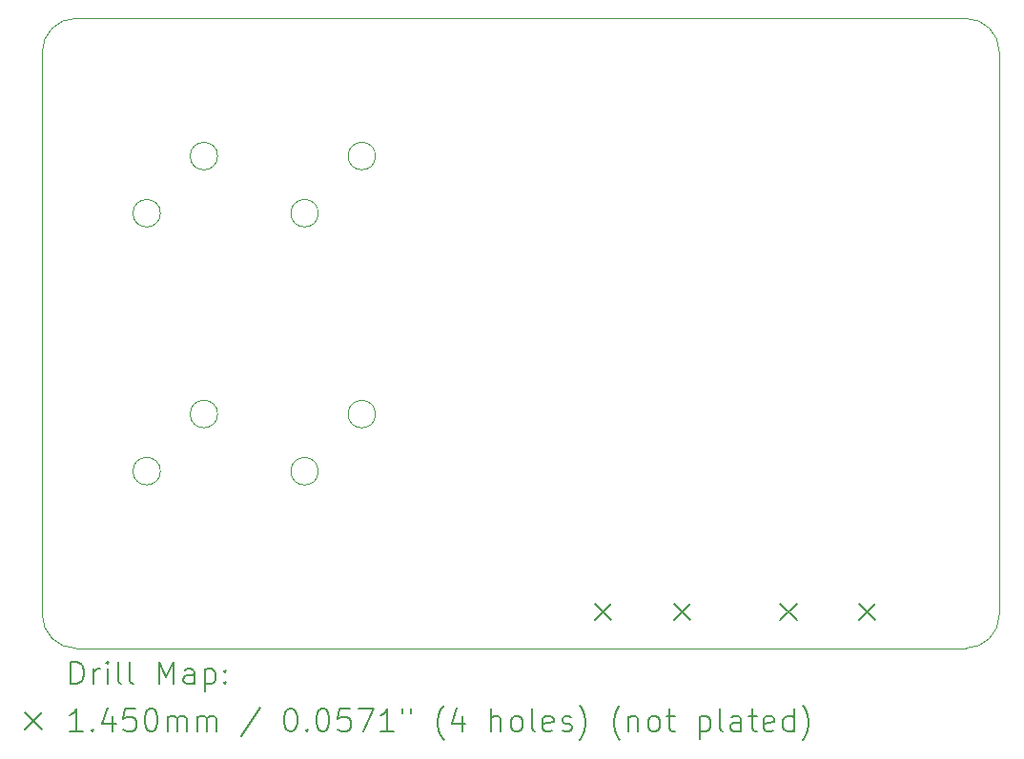
<source format=gbr>
%TF.GenerationSoftware,KiCad,Pcbnew,8.0.2*%
%TF.CreationDate,2024-09-16T20:32:18-04:00*%
%TF.ProjectId,fpga,66706761-2e6b-4696-9361-645f70636258,rev?*%
%TF.SameCoordinates,Original*%
%TF.FileFunction,Drillmap*%
%TF.FilePolarity,Positive*%
%FSLAX45Y45*%
G04 Gerber Fmt 4.5, Leading zero omitted, Abs format (unit mm)*
G04 Created by KiCad (PCBNEW 8.0.2) date 2024-09-16 20:32:18*
%MOMM*%
%LPD*%
G01*
G04 APERTURE LIST*
%ADD10C,0.120000*%
%ADD11C,0.200000*%
%ADD12C,0.145000*%
G04 APERTURE END LIST*
D10*
X5975960Y-8693620D02*
X5975960Y-3693620D01*
X6275960Y-3393620D02*
X14175960Y-3393620D01*
X14175960Y-8993620D02*
X6275960Y-8993620D01*
X14475960Y-3693620D02*
X14475960Y-8693620D01*
X5975960Y-3693620D02*
G75*
G02*
X6275960Y-3393620I300000J0D01*
G01*
X6275960Y-8993620D02*
G75*
G02*
X5975960Y-8693620I0J300000D01*
G01*
X14175960Y-3393620D02*
G75*
G02*
X14475960Y-3693620I0J-300000D01*
G01*
X14475960Y-8693620D02*
G75*
G02*
X14175960Y-8993620I-300000J0D01*
G01*
X8427800Y-5125720D02*
G75*
G02*
X8183800Y-5125720I-122000J0D01*
G01*
X8183800Y-5125720D02*
G75*
G02*
X8427800Y-5125720I122000J0D01*
G01*
X8935800Y-4617720D02*
G75*
G02*
X8691800Y-4617720I-122000J0D01*
G01*
X8691800Y-4617720D02*
G75*
G02*
X8935800Y-4617720I122000J0D01*
G01*
X7025720Y-5125720D02*
G75*
G02*
X6781720Y-5125720I-122000J0D01*
G01*
X6781720Y-5125720D02*
G75*
G02*
X7025720Y-5125720I122000J0D01*
G01*
X7533720Y-4617720D02*
G75*
G02*
X7289720Y-4617720I-122000J0D01*
G01*
X7289720Y-4617720D02*
G75*
G02*
X7533720Y-4617720I122000J0D01*
G01*
X7025580Y-7419120D02*
G75*
G02*
X6781580Y-7419120I-122000J0D01*
G01*
X6781580Y-7419120D02*
G75*
G02*
X7025580Y-7419120I122000J0D01*
G01*
X7533580Y-6911120D02*
G75*
G02*
X7289580Y-6911120I-122000J0D01*
G01*
X7289580Y-6911120D02*
G75*
G02*
X7533580Y-6911120I122000J0D01*
G01*
X8427660Y-7420040D02*
G75*
G02*
X8183660Y-7420040I-122000J0D01*
G01*
X8183660Y-7420040D02*
G75*
G02*
X8427660Y-7420040I122000J0D01*
G01*
X8935660Y-6912040D02*
G75*
G02*
X8691660Y-6912040I-122000J0D01*
G01*
X8691660Y-6912040D02*
G75*
G02*
X8935660Y-6912040I122000J0D01*
G01*
D11*
D12*
X10885675Y-8598245D02*
X11030675Y-8743245D01*
X11030675Y-8598245D02*
X10885675Y-8743245D01*
X11585675Y-8598245D02*
X11730675Y-8743245D01*
X11730675Y-8598245D02*
X11585675Y-8743245D01*
X12530015Y-8598245D02*
X12675015Y-8743245D01*
X12675015Y-8598245D02*
X12530015Y-8743245D01*
X13230015Y-8598245D02*
X13375015Y-8743245D01*
X13375015Y-8598245D02*
X13230015Y-8743245D01*
D11*
X6230737Y-9311104D02*
X6230737Y-9111104D01*
X6230737Y-9111104D02*
X6278356Y-9111104D01*
X6278356Y-9111104D02*
X6306927Y-9120628D01*
X6306927Y-9120628D02*
X6325975Y-9139675D01*
X6325975Y-9139675D02*
X6335499Y-9158723D01*
X6335499Y-9158723D02*
X6345022Y-9196818D01*
X6345022Y-9196818D02*
X6345022Y-9225390D01*
X6345022Y-9225390D02*
X6335499Y-9263485D01*
X6335499Y-9263485D02*
X6325975Y-9282532D01*
X6325975Y-9282532D02*
X6306927Y-9301580D01*
X6306927Y-9301580D02*
X6278356Y-9311104D01*
X6278356Y-9311104D02*
X6230737Y-9311104D01*
X6430737Y-9311104D02*
X6430737Y-9177770D01*
X6430737Y-9215866D02*
X6440261Y-9196818D01*
X6440261Y-9196818D02*
X6449784Y-9187294D01*
X6449784Y-9187294D02*
X6468832Y-9177770D01*
X6468832Y-9177770D02*
X6487880Y-9177770D01*
X6554546Y-9311104D02*
X6554546Y-9177770D01*
X6554546Y-9111104D02*
X6545022Y-9120628D01*
X6545022Y-9120628D02*
X6554546Y-9130151D01*
X6554546Y-9130151D02*
X6564070Y-9120628D01*
X6564070Y-9120628D02*
X6554546Y-9111104D01*
X6554546Y-9111104D02*
X6554546Y-9130151D01*
X6678356Y-9311104D02*
X6659308Y-9301580D01*
X6659308Y-9301580D02*
X6649784Y-9282532D01*
X6649784Y-9282532D02*
X6649784Y-9111104D01*
X6783118Y-9311104D02*
X6764070Y-9301580D01*
X6764070Y-9301580D02*
X6754546Y-9282532D01*
X6754546Y-9282532D02*
X6754546Y-9111104D01*
X7011689Y-9311104D02*
X7011689Y-9111104D01*
X7011689Y-9111104D02*
X7078356Y-9253961D01*
X7078356Y-9253961D02*
X7145022Y-9111104D01*
X7145022Y-9111104D02*
X7145022Y-9311104D01*
X7325975Y-9311104D02*
X7325975Y-9206342D01*
X7325975Y-9206342D02*
X7316451Y-9187294D01*
X7316451Y-9187294D02*
X7297403Y-9177770D01*
X7297403Y-9177770D02*
X7259308Y-9177770D01*
X7259308Y-9177770D02*
X7240261Y-9187294D01*
X7325975Y-9301580D02*
X7306927Y-9311104D01*
X7306927Y-9311104D02*
X7259308Y-9311104D01*
X7259308Y-9311104D02*
X7240261Y-9301580D01*
X7240261Y-9301580D02*
X7230737Y-9282532D01*
X7230737Y-9282532D02*
X7230737Y-9263485D01*
X7230737Y-9263485D02*
X7240261Y-9244437D01*
X7240261Y-9244437D02*
X7259308Y-9234913D01*
X7259308Y-9234913D02*
X7306927Y-9234913D01*
X7306927Y-9234913D02*
X7325975Y-9225390D01*
X7421213Y-9177770D02*
X7421213Y-9377770D01*
X7421213Y-9187294D02*
X7440261Y-9177770D01*
X7440261Y-9177770D02*
X7478356Y-9177770D01*
X7478356Y-9177770D02*
X7497403Y-9187294D01*
X7497403Y-9187294D02*
X7506927Y-9196818D01*
X7506927Y-9196818D02*
X7516451Y-9215866D01*
X7516451Y-9215866D02*
X7516451Y-9273009D01*
X7516451Y-9273009D02*
X7506927Y-9292056D01*
X7506927Y-9292056D02*
X7497403Y-9301580D01*
X7497403Y-9301580D02*
X7478356Y-9311104D01*
X7478356Y-9311104D02*
X7440261Y-9311104D01*
X7440261Y-9311104D02*
X7421213Y-9301580D01*
X7602165Y-9292056D02*
X7611689Y-9301580D01*
X7611689Y-9301580D02*
X7602165Y-9311104D01*
X7602165Y-9311104D02*
X7592642Y-9301580D01*
X7592642Y-9301580D02*
X7602165Y-9292056D01*
X7602165Y-9292056D02*
X7602165Y-9311104D01*
X7602165Y-9187294D02*
X7611689Y-9196818D01*
X7611689Y-9196818D02*
X7602165Y-9206342D01*
X7602165Y-9206342D02*
X7592642Y-9196818D01*
X7592642Y-9196818D02*
X7602165Y-9187294D01*
X7602165Y-9187294D02*
X7602165Y-9206342D01*
D12*
X5824960Y-9567120D02*
X5969960Y-9712120D01*
X5969960Y-9567120D02*
X5824960Y-9712120D01*
D11*
X6335499Y-9731104D02*
X6221213Y-9731104D01*
X6278356Y-9731104D02*
X6278356Y-9531104D01*
X6278356Y-9531104D02*
X6259308Y-9559675D01*
X6259308Y-9559675D02*
X6240261Y-9578723D01*
X6240261Y-9578723D02*
X6221213Y-9588247D01*
X6421213Y-9712056D02*
X6430737Y-9721580D01*
X6430737Y-9721580D02*
X6421213Y-9731104D01*
X6421213Y-9731104D02*
X6411689Y-9721580D01*
X6411689Y-9721580D02*
X6421213Y-9712056D01*
X6421213Y-9712056D02*
X6421213Y-9731104D01*
X6602165Y-9597770D02*
X6602165Y-9731104D01*
X6554546Y-9521580D02*
X6506927Y-9664437D01*
X6506927Y-9664437D02*
X6630737Y-9664437D01*
X6802165Y-9531104D02*
X6706927Y-9531104D01*
X6706927Y-9531104D02*
X6697403Y-9626342D01*
X6697403Y-9626342D02*
X6706927Y-9616818D01*
X6706927Y-9616818D02*
X6725975Y-9607294D01*
X6725975Y-9607294D02*
X6773594Y-9607294D01*
X6773594Y-9607294D02*
X6792642Y-9616818D01*
X6792642Y-9616818D02*
X6802165Y-9626342D01*
X6802165Y-9626342D02*
X6811689Y-9645390D01*
X6811689Y-9645390D02*
X6811689Y-9693009D01*
X6811689Y-9693009D02*
X6802165Y-9712056D01*
X6802165Y-9712056D02*
X6792642Y-9721580D01*
X6792642Y-9721580D02*
X6773594Y-9731104D01*
X6773594Y-9731104D02*
X6725975Y-9731104D01*
X6725975Y-9731104D02*
X6706927Y-9721580D01*
X6706927Y-9721580D02*
X6697403Y-9712056D01*
X6935499Y-9531104D02*
X6954546Y-9531104D01*
X6954546Y-9531104D02*
X6973594Y-9540628D01*
X6973594Y-9540628D02*
X6983118Y-9550151D01*
X6983118Y-9550151D02*
X6992642Y-9569199D01*
X6992642Y-9569199D02*
X7002165Y-9607294D01*
X7002165Y-9607294D02*
X7002165Y-9654913D01*
X7002165Y-9654913D02*
X6992642Y-9693009D01*
X6992642Y-9693009D02*
X6983118Y-9712056D01*
X6983118Y-9712056D02*
X6973594Y-9721580D01*
X6973594Y-9721580D02*
X6954546Y-9731104D01*
X6954546Y-9731104D02*
X6935499Y-9731104D01*
X6935499Y-9731104D02*
X6916451Y-9721580D01*
X6916451Y-9721580D02*
X6906927Y-9712056D01*
X6906927Y-9712056D02*
X6897403Y-9693009D01*
X6897403Y-9693009D02*
X6887880Y-9654913D01*
X6887880Y-9654913D02*
X6887880Y-9607294D01*
X6887880Y-9607294D02*
X6897403Y-9569199D01*
X6897403Y-9569199D02*
X6906927Y-9550151D01*
X6906927Y-9550151D02*
X6916451Y-9540628D01*
X6916451Y-9540628D02*
X6935499Y-9531104D01*
X7087880Y-9731104D02*
X7087880Y-9597770D01*
X7087880Y-9616818D02*
X7097403Y-9607294D01*
X7097403Y-9607294D02*
X7116451Y-9597770D01*
X7116451Y-9597770D02*
X7145023Y-9597770D01*
X7145023Y-9597770D02*
X7164070Y-9607294D01*
X7164070Y-9607294D02*
X7173594Y-9626342D01*
X7173594Y-9626342D02*
X7173594Y-9731104D01*
X7173594Y-9626342D02*
X7183118Y-9607294D01*
X7183118Y-9607294D02*
X7202165Y-9597770D01*
X7202165Y-9597770D02*
X7230737Y-9597770D01*
X7230737Y-9597770D02*
X7249784Y-9607294D01*
X7249784Y-9607294D02*
X7259308Y-9626342D01*
X7259308Y-9626342D02*
X7259308Y-9731104D01*
X7354546Y-9731104D02*
X7354546Y-9597770D01*
X7354546Y-9616818D02*
X7364070Y-9607294D01*
X7364070Y-9607294D02*
X7383118Y-9597770D01*
X7383118Y-9597770D02*
X7411689Y-9597770D01*
X7411689Y-9597770D02*
X7430737Y-9607294D01*
X7430737Y-9607294D02*
X7440261Y-9626342D01*
X7440261Y-9626342D02*
X7440261Y-9731104D01*
X7440261Y-9626342D02*
X7449784Y-9607294D01*
X7449784Y-9607294D02*
X7468832Y-9597770D01*
X7468832Y-9597770D02*
X7497403Y-9597770D01*
X7497403Y-9597770D02*
X7516451Y-9607294D01*
X7516451Y-9607294D02*
X7525975Y-9626342D01*
X7525975Y-9626342D02*
X7525975Y-9731104D01*
X7916451Y-9521580D02*
X7745023Y-9778723D01*
X8173594Y-9531104D02*
X8192642Y-9531104D01*
X8192642Y-9531104D02*
X8211689Y-9540628D01*
X8211689Y-9540628D02*
X8221213Y-9550151D01*
X8221213Y-9550151D02*
X8230737Y-9569199D01*
X8230737Y-9569199D02*
X8240261Y-9607294D01*
X8240261Y-9607294D02*
X8240261Y-9654913D01*
X8240261Y-9654913D02*
X8230737Y-9693009D01*
X8230737Y-9693009D02*
X8221213Y-9712056D01*
X8221213Y-9712056D02*
X8211689Y-9721580D01*
X8211689Y-9721580D02*
X8192642Y-9731104D01*
X8192642Y-9731104D02*
X8173594Y-9731104D01*
X8173594Y-9731104D02*
X8154546Y-9721580D01*
X8154546Y-9721580D02*
X8145023Y-9712056D01*
X8145023Y-9712056D02*
X8135499Y-9693009D01*
X8135499Y-9693009D02*
X8125975Y-9654913D01*
X8125975Y-9654913D02*
X8125975Y-9607294D01*
X8125975Y-9607294D02*
X8135499Y-9569199D01*
X8135499Y-9569199D02*
X8145023Y-9550151D01*
X8145023Y-9550151D02*
X8154546Y-9540628D01*
X8154546Y-9540628D02*
X8173594Y-9531104D01*
X8325975Y-9712056D02*
X8335499Y-9721580D01*
X8335499Y-9721580D02*
X8325975Y-9731104D01*
X8325975Y-9731104D02*
X8316451Y-9721580D01*
X8316451Y-9721580D02*
X8325975Y-9712056D01*
X8325975Y-9712056D02*
X8325975Y-9731104D01*
X8459308Y-9531104D02*
X8478356Y-9531104D01*
X8478356Y-9531104D02*
X8497404Y-9540628D01*
X8497404Y-9540628D02*
X8506928Y-9550151D01*
X8506928Y-9550151D02*
X8516451Y-9569199D01*
X8516451Y-9569199D02*
X8525975Y-9607294D01*
X8525975Y-9607294D02*
X8525975Y-9654913D01*
X8525975Y-9654913D02*
X8516451Y-9693009D01*
X8516451Y-9693009D02*
X8506928Y-9712056D01*
X8506928Y-9712056D02*
X8497404Y-9721580D01*
X8497404Y-9721580D02*
X8478356Y-9731104D01*
X8478356Y-9731104D02*
X8459308Y-9731104D01*
X8459308Y-9731104D02*
X8440261Y-9721580D01*
X8440261Y-9721580D02*
X8430737Y-9712056D01*
X8430737Y-9712056D02*
X8421213Y-9693009D01*
X8421213Y-9693009D02*
X8411689Y-9654913D01*
X8411689Y-9654913D02*
X8411689Y-9607294D01*
X8411689Y-9607294D02*
X8421213Y-9569199D01*
X8421213Y-9569199D02*
X8430737Y-9550151D01*
X8430737Y-9550151D02*
X8440261Y-9540628D01*
X8440261Y-9540628D02*
X8459308Y-9531104D01*
X8706928Y-9531104D02*
X8611689Y-9531104D01*
X8611689Y-9531104D02*
X8602166Y-9626342D01*
X8602166Y-9626342D02*
X8611689Y-9616818D01*
X8611689Y-9616818D02*
X8630737Y-9607294D01*
X8630737Y-9607294D02*
X8678356Y-9607294D01*
X8678356Y-9607294D02*
X8697404Y-9616818D01*
X8697404Y-9616818D02*
X8706928Y-9626342D01*
X8706928Y-9626342D02*
X8716451Y-9645390D01*
X8716451Y-9645390D02*
X8716451Y-9693009D01*
X8716451Y-9693009D02*
X8706928Y-9712056D01*
X8706928Y-9712056D02*
X8697404Y-9721580D01*
X8697404Y-9721580D02*
X8678356Y-9731104D01*
X8678356Y-9731104D02*
X8630737Y-9731104D01*
X8630737Y-9731104D02*
X8611689Y-9721580D01*
X8611689Y-9721580D02*
X8602166Y-9712056D01*
X8783118Y-9531104D02*
X8916451Y-9531104D01*
X8916451Y-9531104D02*
X8830737Y-9731104D01*
X9097404Y-9731104D02*
X8983118Y-9731104D01*
X9040261Y-9731104D02*
X9040261Y-9531104D01*
X9040261Y-9531104D02*
X9021213Y-9559675D01*
X9021213Y-9559675D02*
X9002166Y-9578723D01*
X9002166Y-9578723D02*
X8983118Y-9588247D01*
X9173594Y-9531104D02*
X9173594Y-9569199D01*
X9249785Y-9531104D02*
X9249785Y-9569199D01*
X9545023Y-9807294D02*
X9535499Y-9797770D01*
X9535499Y-9797770D02*
X9516451Y-9769199D01*
X9516451Y-9769199D02*
X9506928Y-9750151D01*
X9506928Y-9750151D02*
X9497404Y-9721580D01*
X9497404Y-9721580D02*
X9487880Y-9673961D01*
X9487880Y-9673961D02*
X9487880Y-9635866D01*
X9487880Y-9635866D02*
X9497404Y-9588247D01*
X9497404Y-9588247D02*
X9506928Y-9559675D01*
X9506928Y-9559675D02*
X9516451Y-9540628D01*
X9516451Y-9540628D02*
X9535499Y-9512056D01*
X9535499Y-9512056D02*
X9545023Y-9502532D01*
X9706928Y-9597770D02*
X9706928Y-9731104D01*
X9659309Y-9521580D02*
X9611690Y-9664437D01*
X9611690Y-9664437D02*
X9735499Y-9664437D01*
X9964071Y-9731104D02*
X9964071Y-9531104D01*
X10049785Y-9731104D02*
X10049785Y-9626342D01*
X10049785Y-9626342D02*
X10040261Y-9607294D01*
X10040261Y-9607294D02*
X10021213Y-9597770D01*
X10021213Y-9597770D02*
X9992642Y-9597770D01*
X9992642Y-9597770D02*
X9973594Y-9607294D01*
X9973594Y-9607294D02*
X9964071Y-9616818D01*
X10173594Y-9731104D02*
X10154547Y-9721580D01*
X10154547Y-9721580D02*
X10145023Y-9712056D01*
X10145023Y-9712056D02*
X10135499Y-9693009D01*
X10135499Y-9693009D02*
X10135499Y-9635866D01*
X10135499Y-9635866D02*
X10145023Y-9616818D01*
X10145023Y-9616818D02*
X10154547Y-9607294D01*
X10154547Y-9607294D02*
X10173594Y-9597770D01*
X10173594Y-9597770D02*
X10202166Y-9597770D01*
X10202166Y-9597770D02*
X10221213Y-9607294D01*
X10221213Y-9607294D02*
X10230737Y-9616818D01*
X10230737Y-9616818D02*
X10240261Y-9635866D01*
X10240261Y-9635866D02*
X10240261Y-9693009D01*
X10240261Y-9693009D02*
X10230737Y-9712056D01*
X10230737Y-9712056D02*
X10221213Y-9721580D01*
X10221213Y-9721580D02*
X10202166Y-9731104D01*
X10202166Y-9731104D02*
X10173594Y-9731104D01*
X10354547Y-9731104D02*
X10335499Y-9721580D01*
X10335499Y-9721580D02*
X10325975Y-9702532D01*
X10325975Y-9702532D02*
X10325975Y-9531104D01*
X10506928Y-9721580D02*
X10487880Y-9731104D01*
X10487880Y-9731104D02*
X10449785Y-9731104D01*
X10449785Y-9731104D02*
X10430737Y-9721580D01*
X10430737Y-9721580D02*
X10421213Y-9702532D01*
X10421213Y-9702532D02*
X10421213Y-9626342D01*
X10421213Y-9626342D02*
X10430737Y-9607294D01*
X10430737Y-9607294D02*
X10449785Y-9597770D01*
X10449785Y-9597770D02*
X10487880Y-9597770D01*
X10487880Y-9597770D02*
X10506928Y-9607294D01*
X10506928Y-9607294D02*
X10516452Y-9626342D01*
X10516452Y-9626342D02*
X10516452Y-9645390D01*
X10516452Y-9645390D02*
X10421213Y-9664437D01*
X10592642Y-9721580D02*
X10611690Y-9731104D01*
X10611690Y-9731104D02*
X10649785Y-9731104D01*
X10649785Y-9731104D02*
X10668833Y-9721580D01*
X10668833Y-9721580D02*
X10678356Y-9702532D01*
X10678356Y-9702532D02*
X10678356Y-9693009D01*
X10678356Y-9693009D02*
X10668833Y-9673961D01*
X10668833Y-9673961D02*
X10649785Y-9664437D01*
X10649785Y-9664437D02*
X10621213Y-9664437D01*
X10621213Y-9664437D02*
X10602166Y-9654913D01*
X10602166Y-9654913D02*
X10592642Y-9635866D01*
X10592642Y-9635866D02*
X10592642Y-9626342D01*
X10592642Y-9626342D02*
X10602166Y-9607294D01*
X10602166Y-9607294D02*
X10621213Y-9597770D01*
X10621213Y-9597770D02*
X10649785Y-9597770D01*
X10649785Y-9597770D02*
X10668833Y-9607294D01*
X10745023Y-9807294D02*
X10754547Y-9797770D01*
X10754547Y-9797770D02*
X10773594Y-9769199D01*
X10773594Y-9769199D02*
X10783118Y-9750151D01*
X10783118Y-9750151D02*
X10792642Y-9721580D01*
X10792642Y-9721580D02*
X10802166Y-9673961D01*
X10802166Y-9673961D02*
X10802166Y-9635866D01*
X10802166Y-9635866D02*
X10792642Y-9588247D01*
X10792642Y-9588247D02*
X10783118Y-9559675D01*
X10783118Y-9559675D02*
X10773594Y-9540628D01*
X10773594Y-9540628D02*
X10754547Y-9512056D01*
X10754547Y-9512056D02*
X10745023Y-9502532D01*
X11106928Y-9807294D02*
X11097404Y-9797770D01*
X11097404Y-9797770D02*
X11078356Y-9769199D01*
X11078356Y-9769199D02*
X11068833Y-9750151D01*
X11068833Y-9750151D02*
X11059309Y-9721580D01*
X11059309Y-9721580D02*
X11049785Y-9673961D01*
X11049785Y-9673961D02*
X11049785Y-9635866D01*
X11049785Y-9635866D02*
X11059309Y-9588247D01*
X11059309Y-9588247D02*
X11068833Y-9559675D01*
X11068833Y-9559675D02*
X11078356Y-9540628D01*
X11078356Y-9540628D02*
X11097404Y-9512056D01*
X11097404Y-9512056D02*
X11106928Y-9502532D01*
X11183118Y-9597770D02*
X11183118Y-9731104D01*
X11183118Y-9616818D02*
X11192642Y-9607294D01*
X11192642Y-9607294D02*
X11211690Y-9597770D01*
X11211690Y-9597770D02*
X11240261Y-9597770D01*
X11240261Y-9597770D02*
X11259309Y-9607294D01*
X11259309Y-9607294D02*
X11268832Y-9626342D01*
X11268832Y-9626342D02*
X11268832Y-9731104D01*
X11392642Y-9731104D02*
X11373594Y-9721580D01*
X11373594Y-9721580D02*
X11364071Y-9712056D01*
X11364071Y-9712056D02*
X11354547Y-9693009D01*
X11354547Y-9693009D02*
X11354547Y-9635866D01*
X11354547Y-9635866D02*
X11364071Y-9616818D01*
X11364071Y-9616818D02*
X11373594Y-9607294D01*
X11373594Y-9607294D02*
X11392642Y-9597770D01*
X11392642Y-9597770D02*
X11421213Y-9597770D01*
X11421213Y-9597770D02*
X11440261Y-9607294D01*
X11440261Y-9607294D02*
X11449785Y-9616818D01*
X11449785Y-9616818D02*
X11459309Y-9635866D01*
X11459309Y-9635866D02*
X11459309Y-9693009D01*
X11459309Y-9693009D02*
X11449785Y-9712056D01*
X11449785Y-9712056D02*
X11440261Y-9721580D01*
X11440261Y-9721580D02*
X11421213Y-9731104D01*
X11421213Y-9731104D02*
X11392642Y-9731104D01*
X11516452Y-9597770D02*
X11592642Y-9597770D01*
X11545023Y-9531104D02*
X11545023Y-9702532D01*
X11545023Y-9702532D02*
X11554547Y-9721580D01*
X11554547Y-9721580D02*
X11573594Y-9731104D01*
X11573594Y-9731104D02*
X11592642Y-9731104D01*
X11811690Y-9597770D02*
X11811690Y-9797770D01*
X11811690Y-9607294D02*
X11830737Y-9597770D01*
X11830737Y-9597770D02*
X11868833Y-9597770D01*
X11868833Y-9597770D02*
X11887880Y-9607294D01*
X11887880Y-9607294D02*
X11897404Y-9616818D01*
X11897404Y-9616818D02*
X11906928Y-9635866D01*
X11906928Y-9635866D02*
X11906928Y-9693009D01*
X11906928Y-9693009D02*
X11897404Y-9712056D01*
X11897404Y-9712056D02*
X11887880Y-9721580D01*
X11887880Y-9721580D02*
X11868833Y-9731104D01*
X11868833Y-9731104D02*
X11830737Y-9731104D01*
X11830737Y-9731104D02*
X11811690Y-9721580D01*
X12021213Y-9731104D02*
X12002166Y-9721580D01*
X12002166Y-9721580D02*
X11992642Y-9702532D01*
X11992642Y-9702532D02*
X11992642Y-9531104D01*
X12183118Y-9731104D02*
X12183118Y-9626342D01*
X12183118Y-9626342D02*
X12173594Y-9607294D01*
X12173594Y-9607294D02*
X12154547Y-9597770D01*
X12154547Y-9597770D02*
X12116452Y-9597770D01*
X12116452Y-9597770D02*
X12097404Y-9607294D01*
X12183118Y-9721580D02*
X12164071Y-9731104D01*
X12164071Y-9731104D02*
X12116452Y-9731104D01*
X12116452Y-9731104D02*
X12097404Y-9721580D01*
X12097404Y-9721580D02*
X12087880Y-9702532D01*
X12087880Y-9702532D02*
X12087880Y-9683485D01*
X12087880Y-9683485D02*
X12097404Y-9664437D01*
X12097404Y-9664437D02*
X12116452Y-9654913D01*
X12116452Y-9654913D02*
X12164071Y-9654913D01*
X12164071Y-9654913D02*
X12183118Y-9645390D01*
X12249785Y-9597770D02*
X12325975Y-9597770D01*
X12278356Y-9531104D02*
X12278356Y-9702532D01*
X12278356Y-9702532D02*
X12287880Y-9721580D01*
X12287880Y-9721580D02*
X12306928Y-9731104D01*
X12306928Y-9731104D02*
X12325975Y-9731104D01*
X12468833Y-9721580D02*
X12449785Y-9731104D01*
X12449785Y-9731104D02*
X12411690Y-9731104D01*
X12411690Y-9731104D02*
X12392642Y-9721580D01*
X12392642Y-9721580D02*
X12383118Y-9702532D01*
X12383118Y-9702532D02*
X12383118Y-9626342D01*
X12383118Y-9626342D02*
X12392642Y-9607294D01*
X12392642Y-9607294D02*
X12411690Y-9597770D01*
X12411690Y-9597770D02*
X12449785Y-9597770D01*
X12449785Y-9597770D02*
X12468833Y-9607294D01*
X12468833Y-9607294D02*
X12478356Y-9626342D01*
X12478356Y-9626342D02*
X12478356Y-9645390D01*
X12478356Y-9645390D02*
X12383118Y-9664437D01*
X12649785Y-9731104D02*
X12649785Y-9531104D01*
X12649785Y-9721580D02*
X12630737Y-9731104D01*
X12630737Y-9731104D02*
X12592642Y-9731104D01*
X12592642Y-9731104D02*
X12573594Y-9721580D01*
X12573594Y-9721580D02*
X12564071Y-9712056D01*
X12564071Y-9712056D02*
X12554547Y-9693009D01*
X12554547Y-9693009D02*
X12554547Y-9635866D01*
X12554547Y-9635866D02*
X12564071Y-9616818D01*
X12564071Y-9616818D02*
X12573594Y-9607294D01*
X12573594Y-9607294D02*
X12592642Y-9597770D01*
X12592642Y-9597770D02*
X12630737Y-9597770D01*
X12630737Y-9597770D02*
X12649785Y-9607294D01*
X12725975Y-9807294D02*
X12735499Y-9797770D01*
X12735499Y-9797770D02*
X12754547Y-9769199D01*
X12754547Y-9769199D02*
X12764071Y-9750151D01*
X12764071Y-9750151D02*
X12773594Y-9721580D01*
X12773594Y-9721580D02*
X12783118Y-9673961D01*
X12783118Y-9673961D02*
X12783118Y-9635866D01*
X12783118Y-9635866D02*
X12773594Y-9588247D01*
X12773594Y-9588247D02*
X12764071Y-9559675D01*
X12764071Y-9559675D02*
X12754547Y-9540628D01*
X12754547Y-9540628D02*
X12735499Y-9512056D01*
X12735499Y-9512056D02*
X12725975Y-9502532D01*
M02*

</source>
